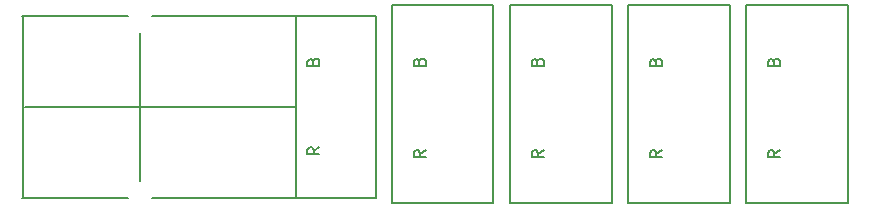
<source format=gbr>
G04 #@! TF.GenerationSoftware,KiCad,Pcbnew,5.1.5-52549c5~84~ubuntu18.04.1*
G04 #@! TF.CreationDate,2020-03-21T09:25:11-06:00*
G04 #@! TF.ProjectId,anderson_distribution_board,616e6465-7273-46f6-9e5f-646973747269,rev?*
G04 #@! TF.SameCoordinates,Original*
G04 #@! TF.FileFunction,Legend,Top*
G04 #@! TF.FilePolarity,Positive*
%FSLAX46Y46*%
G04 Gerber Fmt 4.6, Leading zero omitted, Abs format (unit mm)*
G04 Created by KiCad (PCBNEW 5.1.5-52549c5~84~ubuntu18.04.1) date 2020-03-21 09:25:11*
%MOMM*%
%LPD*%
G04 APERTURE LIST*
%ADD10C,0.150000*%
G04 APERTURE END LIST*
D10*
X93750000Y-83250000D02*
X93750000Y-70750000D01*
X83900000Y-84700000D02*
X83900000Y-69300000D01*
X83750000Y-84700000D02*
X92750000Y-84700000D01*
X107000000Y-84700000D02*
X107000000Y-69300000D01*
X107000000Y-69300000D02*
X94750000Y-69300000D01*
X84000000Y-77000000D02*
X107000000Y-77000000D01*
X94750000Y-84700000D02*
X107000000Y-84700000D01*
X92750000Y-69300000D02*
X83750000Y-69300000D01*
X107000000Y-84700000D02*
X113750000Y-84700000D01*
X113750000Y-84700000D02*
X113750000Y-69300000D01*
X113750000Y-69300000D02*
X107000000Y-69300000D01*
X145100000Y-85150000D02*
X145100000Y-68400000D01*
X153700000Y-85150000D02*
X145100000Y-85150000D01*
X153700000Y-68400000D02*
X153700000Y-85150000D01*
X145100000Y-68400000D02*
X153700000Y-68400000D01*
X135100000Y-85150000D02*
X135100000Y-68400000D01*
X143700000Y-85150000D02*
X135100000Y-85150000D01*
X143700000Y-68400000D02*
X143700000Y-85150000D01*
X135100000Y-68400000D02*
X143700000Y-68400000D01*
X125100000Y-85150000D02*
X125100000Y-68400000D01*
X133700000Y-85150000D02*
X125100000Y-85150000D01*
X133700000Y-68400000D02*
X133700000Y-85150000D01*
X125100000Y-68400000D02*
X133700000Y-68400000D01*
X115100000Y-85150000D02*
X115100000Y-68400000D01*
X123700000Y-85150000D02*
X115100000Y-85150000D01*
X123700000Y-68400000D02*
X123700000Y-85150000D01*
X115100000Y-68400000D02*
X123700000Y-68400000D01*
X108952380Y-80440476D02*
X108476190Y-80773809D01*
X108952380Y-81011904D02*
X107952380Y-81011904D01*
X107952380Y-80630952D01*
X108000000Y-80535714D01*
X108047619Y-80488095D01*
X108142857Y-80440476D01*
X108285714Y-80440476D01*
X108380952Y-80488095D01*
X108428571Y-80535714D01*
X108476190Y-80630952D01*
X108476190Y-81011904D01*
X108428571Y-73178571D02*
X108476190Y-73035714D01*
X108523809Y-72988095D01*
X108619047Y-72940476D01*
X108761904Y-72940476D01*
X108857142Y-72988095D01*
X108904761Y-73035714D01*
X108952380Y-73130952D01*
X108952380Y-73511904D01*
X107952380Y-73511904D01*
X107952380Y-73178571D01*
X108000000Y-73083333D01*
X108047619Y-73035714D01*
X108142857Y-72988095D01*
X108238095Y-72988095D01*
X108333333Y-73035714D01*
X108380952Y-73083333D01*
X108428571Y-73178571D01*
X108428571Y-73511904D01*
X147428571Y-73178571D02*
X147476190Y-73035714D01*
X147523809Y-72988095D01*
X147619047Y-72940476D01*
X147761904Y-72940476D01*
X147857142Y-72988095D01*
X147904761Y-73035714D01*
X147952380Y-73130952D01*
X147952380Y-73511904D01*
X146952380Y-73511904D01*
X146952380Y-73178571D01*
X147000000Y-73083333D01*
X147047619Y-73035714D01*
X147142857Y-72988095D01*
X147238095Y-72988095D01*
X147333333Y-73035714D01*
X147380952Y-73083333D01*
X147428571Y-73178571D01*
X147428571Y-73511904D01*
X147952380Y-80690476D02*
X147476190Y-81023809D01*
X147952380Y-81261904D02*
X146952380Y-81261904D01*
X146952380Y-80880952D01*
X147000000Y-80785714D01*
X147047619Y-80738095D01*
X147142857Y-80690476D01*
X147285714Y-80690476D01*
X147380952Y-80738095D01*
X147428571Y-80785714D01*
X147476190Y-80880952D01*
X147476190Y-81261904D01*
X137428571Y-73178571D02*
X137476190Y-73035714D01*
X137523809Y-72988095D01*
X137619047Y-72940476D01*
X137761904Y-72940476D01*
X137857142Y-72988095D01*
X137904761Y-73035714D01*
X137952380Y-73130952D01*
X137952380Y-73511904D01*
X136952380Y-73511904D01*
X136952380Y-73178571D01*
X137000000Y-73083333D01*
X137047619Y-73035714D01*
X137142857Y-72988095D01*
X137238095Y-72988095D01*
X137333333Y-73035714D01*
X137380952Y-73083333D01*
X137428571Y-73178571D01*
X137428571Y-73511904D01*
X137952380Y-80690476D02*
X137476190Y-81023809D01*
X137952380Y-81261904D02*
X136952380Y-81261904D01*
X136952380Y-80880952D01*
X137000000Y-80785714D01*
X137047619Y-80738095D01*
X137142857Y-80690476D01*
X137285714Y-80690476D01*
X137380952Y-80738095D01*
X137428571Y-80785714D01*
X137476190Y-80880952D01*
X137476190Y-81261904D01*
X127428571Y-73178571D02*
X127476190Y-73035714D01*
X127523809Y-72988095D01*
X127619047Y-72940476D01*
X127761904Y-72940476D01*
X127857142Y-72988095D01*
X127904761Y-73035714D01*
X127952380Y-73130952D01*
X127952380Y-73511904D01*
X126952380Y-73511904D01*
X126952380Y-73178571D01*
X127000000Y-73083333D01*
X127047619Y-73035714D01*
X127142857Y-72988095D01*
X127238095Y-72988095D01*
X127333333Y-73035714D01*
X127380952Y-73083333D01*
X127428571Y-73178571D01*
X127428571Y-73511904D01*
X127952380Y-80690476D02*
X127476190Y-81023809D01*
X127952380Y-81261904D02*
X126952380Y-81261904D01*
X126952380Y-80880952D01*
X127000000Y-80785714D01*
X127047619Y-80738095D01*
X127142857Y-80690476D01*
X127285714Y-80690476D01*
X127380952Y-80738095D01*
X127428571Y-80785714D01*
X127476190Y-80880952D01*
X127476190Y-81261904D01*
X117428571Y-73178571D02*
X117476190Y-73035714D01*
X117523809Y-72988095D01*
X117619047Y-72940476D01*
X117761904Y-72940476D01*
X117857142Y-72988095D01*
X117904761Y-73035714D01*
X117952380Y-73130952D01*
X117952380Y-73511904D01*
X116952380Y-73511904D01*
X116952380Y-73178571D01*
X117000000Y-73083333D01*
X117047619Y-73035714D01*
X117142857Y-72988095D01*
X117238095Y-72988095D01*
X117333333Y-73035714D01*
X117380952Y-73083333D01*
X117428571Y-73178571D01*
X117428571Y-73511904D01*
X117952380Y-80690476D02*
X117476190Y-81023809D01*
X117952380Y-81261904D02*
X116952380Y-81261904D01*
X116952380Y-80880952D01*
X117000000Y-80785714D01*
X117047619Y-80738095D01*
X117142857Y-80690476D01*
X117285714Y-80690476D01*
X117380952Y-80738095D01*
X117428571Y-80785714D01*
X117476190Y-80880952D01*
X117476190Y-81261904D01*
M02*

</source>
